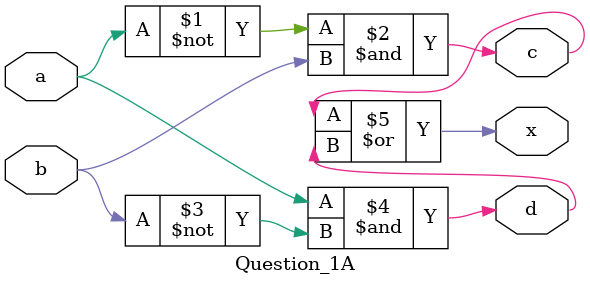
<source format=v>

module Question_1A(a,b,x,c,d); //All the input and output must be declared.
										 //Ignore the wire and reg.

	input a,b;
	output x,c,d;
	wire c,d;
		
	and (c, ~a, b);
	and (d, a, ~b);
	or  (x, c, d);
	
	initial begin               // If you want to display in simulation
		$display("\n \n Question 1A || Gate Level Coding \n \n");
	end

endmodule
</source>
